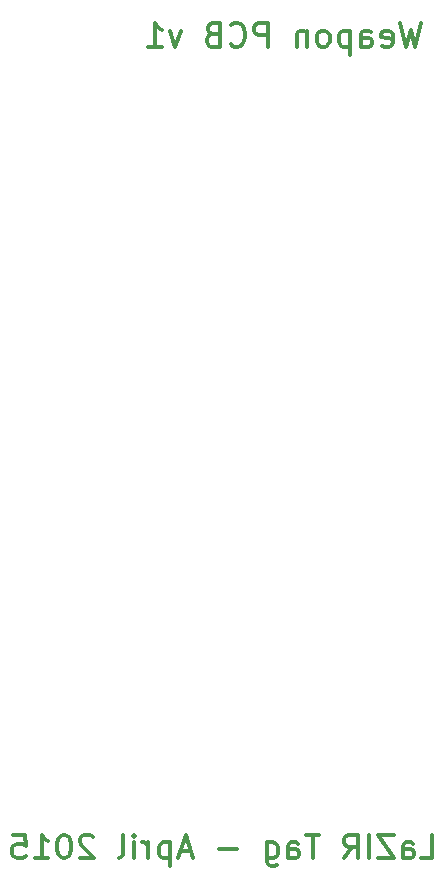
<source format=gbo>
G04 (created by PCBNEW (2013-07-07 BZR 4022)-stable) date 4/28/2015 11:34:22 PM*
%MOIN*%
G04 Gerber Fmt 3.4, Leading zero omitted, Abs format*
%FSLAX34Y34*%
G01*
G70*
G90*
G04 APERTURE LIST*
%ADD10C,0.00590551*%
%ADD11C,0.011811*%
G04 APERTURE END LIST*
G54D10*
G54D11*
X47520Y-35318D02*
X47895Y-35318D01*
X47895Y-34531D01*
X46920Y-35318D02*
X46920Y-34906D01*
X46958Y-34831D01*
X47033Y-34793D01*
X47183Y-34793D01*
X47258Y-34831D01*
X46920Y-35281D02*
X46995Y-35318D01*
X47183Y-35318D01*
X47258Y-35281D01*
X47295Y-35206D01*
X47295Y-35131D01*
X47258Y-35056D01*
X47183Y-35018D01*
X46995Y-35018D01*
X46920Y-34981D01*
X46620Y-34531D02*
X46095Y-34531D01*
X46620Y-35318D01*
X46095Y-35318D01*
X45795Y-35318D02*
X45795Y-34531D01*
X44971Y-35318D02*
X45233Y-34943D01*
X45421Y-35318D02*
X45421Y-34531D01*
X45121Y-34531D01*
X45046Y-34568D01*
X45008Y-34606D01*
X44971Y-34681D01*
X44971Y-34793D01*
X45008Y-34868D01*
X45046Y-34906D01*
X45121Y-34943D01*
X45421Y-34943D01*
X44146Y-34531D02*
X43696Y-34531D01*
X43921Y-35318D02*
X43921Y-34531D01*
X43096Y-35318D02*
X43096Y-34906D01*
X43133Y-34831D01*
X43208Y-34793D01*
X43358Y-34793D01*
X43433Y-34831D01*
X43096Y-35281D02*
X43171Y-35318D01*
X43358Y-35318D01*
X43433Y-35281D01*
X43471Y-35206D01*
X43471Y-35131D01*
X43433Y-35056D01*
X43358Y-35018D01*
X43171Y-35018D01*
X43096Y-34981D01*
X42383Y-34793D02*
X42383Y-35431D01*
X42421Y-35506D01*
X42458Y-35543D01*
X42533Y-35581D01*
X42646Y-35581D01*
X42721Y-35543D01*
X42383Y-35281D02*
X42458Y-35318D01*
X42608Y-35318D01*
X42683Y-35281D01*
X42721Y-35243D01*
X42758Y-35168D01*
X42758Y-34943D01*
X42721Y-34868D01*
X42683Y-34831D01*
X42608Y-34793D01*
X42458Y-34793D01*
X42383Y-34831D01*
X41409Y-35018D02*
X40809Y-35018D01*
X39871Y-35093D02*
X39496Y-35093D01*
X39946Y-35318D02*
X39684Y-34531D01*
X39421Y-35318D01*
X39159Y-34793D02*
X39159Y-35581D01*
X39159Y-34831D02*
X39084Y-34793D01*
X38934Y-34793D01*
X38859Y-34831D01*
X38821Y-34868D01*
X38784Y-34943D01*
X38784Y-35168D01*
X38821Y-35243D01*
X38859Y-35281D01*
X38934Y-35318D01*
X39084Y-35318D01*
X39159Y-35281D01*
X38446Y-35318D02*
X38446Y-34793D01*
X38446Y-34943D02*
X38409Y-34868D01*
X38371Y-34831D01*
X38296Y-34793D01*
X38221Y-34793D01*
X37959Y-35318D02*
X37959Y-34793D01*
X37959Y-34531D02*
X37996Y-34568D01*
X37959Y-34606D01*
X37921Y-34568D01*
X37959Y-34531D01*
X37959Y-34606D01*
X37472Y-35318D02*
X37547Y-35281D01*
X37584Y-35206D01*
X37584Y-34531D01*
X36609Y-34606D02*
X36572Y-34568D01*
X36497Y-34531D01*
X36309Y-34531D01*
X36234Y-34568D01*
X36197Y-34606D01*
X36159Y-34681D01*
X36159Y-34756D01*
X36197Y-34868D01*
X36647Y-35318D01*
X36159Y-35318D01*
X35672Y-34531D02*
X35597Y-34531D01*
X35522Y-34568D01*
X35484Y-34606D01*
X35447Y-34681D01*
X35409Y-34831D01*
X35409Y-35018D01*
X35447Y-35168D01*
X35484Y-35243D01*
X35522Y-35281D01*
X35597Y-35318D01*
X35672Y-35318D01*
X35747Y-35281D01*
X35784Y-35243D01*
X35822Y-35168D01*
X35859Y-35018D01*
X35859Y-34831D01*
X35822Y-34681D01*
X35784Y-34606D01*
X35747Y-34568D01*
X35672Y-34531D01*
X34659Y-35318D02*
X35109Y-35318D01*
X34884Y-35318D02*
X34884Y-34531D01*
X34959Y-34643D01*
X35034Y-34718D01*
X35109Y-34756D01*
X33947Y-34531D02*
X34322Y-34531D01*
X34359Y-34906D01*
X34322Y-34868D01*
X34247Y-34831D01*
X34059Y-34831D01*
X33984Y-34868D01*
X33947Y-34906D01*
X33909Y-34981D01*
X33909Y-35168D01*
X33947Y-35243D01*
X33984Y-35281D01*
X34059Y-35318D01*
X34247Y-35318D01*
X34322Y-35281D01*
X34359Y-35243D01*
X47518Y-7481D02*
X47331Y-8268D01*
X47181Y-7706D01*
X47031Y-8268D01*
X46843Y-7481D01*
X46244Y-8231D02*
X46318Y-8268D01*
X46468Y-8268D01*
X46543Y-8231D01*
X46581Y-8156D01*
X46581Y-7856D01*
X46543Y-7781D01*
X46468Y-7743D01*
X46318Y-7743D01*
X46244Y-7781D01*
X46206Y-7856D01*
X46206Y-7931D01*
X46581Y-8006D01*
X45531Y-8268D02*
X45531Y-7856D01*
X45569Y-7781D01*
X45644Y-7743D01*
X45794Y-7743D01*
X45869Y-7781D01*
X45531Y-8231D02*
X45606Y-8268D01*
X45794Y-8268D01*
X45869Y-8231D01*
X45906Y-8156D01*
X45906Y-8081D01*
X45869Y-8006D01*
X45794Y-7968D01*
X45606Y-7968D01*
X45531Y-7931D01*
X45156Y-7743D02*
X45156Y-8531D01*
X45156Y-7781D02*
X45081Y-7743D01*
X44931Y-7743D01*
X44856Y-7781D01*
X44819Y-7818D01*
X44781Y-7893D01*
X44781Y-8118D01*
X44819Y-8193D01*
X44856Y-8231D01*
X44931Y-8268D01*
X45081Y-8268D01*
X45156Y-8231D01*
X44331Y-8268D02*
X44406Y-8231D01*
X44444Y-8193D01*
X44481Y-8118D01*
X44481Y-7893D01*
X44444Y-7818D01*
X44406Y-7781D01*
X44331Y-7743D01*
X44219Y-7743D01*
X44144Y-7781D01*
X44106Y-7818D01*
X44069Y-7893D01*
X44069Y-8118D01*
X44106Y-8193D01*
X44144Y-8231D01*
X44219Y-8268D01*
X44331Y-8268D01*
X43731Y-7743D02*
X43731Y-8268D01*
X43731Y-7818D02*
X43694Y-7781D01*
X43619Y-7743D01*
X43506Y-7743D01*
X43431Y-7781D01*
X43394Y-7856D01*
X43394Y-8268D01*
X42419Y-8268D02*
X42419Y-7481D01*
X42119Y-7481D01*
X42044Y-7518D01*
X42007Y-7556D01*
X41969Y-7631D01*
X41969Y-7743D01*
X42007Y-7818D01*
X42044Y-7856D01*
X42119Y-7893D01*
X42419Y-7893D01*
X41182Y-8193D02*
X41219Y-8231D01*
X41332Y-8268D01*
X41407Y-8268D01*
X41519Y-8231D01*
X41594Y-8156D01*
X41632Y-8081D01*
X41669Y-7931D01*
X41669Y-7818D01*
X41632Y-7668D01*
X41594Y-7593D01*
X41519Y-7518D01*
X41407Y-7481D01*
X41332Y-7481D01*
X41219Y-7518D01*
X41182Y-7556D01*
X40582Y-7856D02*
X40469Y-7893D01*
X40432Y-7931D01*
X40394Y-8006D01*
X40394Y-8118D01*
X40432Y-8193D01*
X40469Y-8231D01*
X40544Y-8268D01*
X40844Y-8268D01*
X40844Y-7481D01*
X40582Y-7481D01*
X40507Y-7518D01*
X40469Y-7556D01*
X40432Y-7631D01*
X40432Y-7706D01*
X40469Y-7781D01*
X40507Y-7818D01*
X40582Y-7856D01*
X40844Y-7856D01*
X39532Y-7743D02*
X39344Y-8268D01*
X39157Y-7743D01*
X38444Y-8268D02*
X38894Y-8268D01*
X38669Y-8268D02*
X38669Y-7481D01*
X38744Y-7593D01*
X38819Y-7668D01*
X38894Y-7706D01*
M02*

</source>
